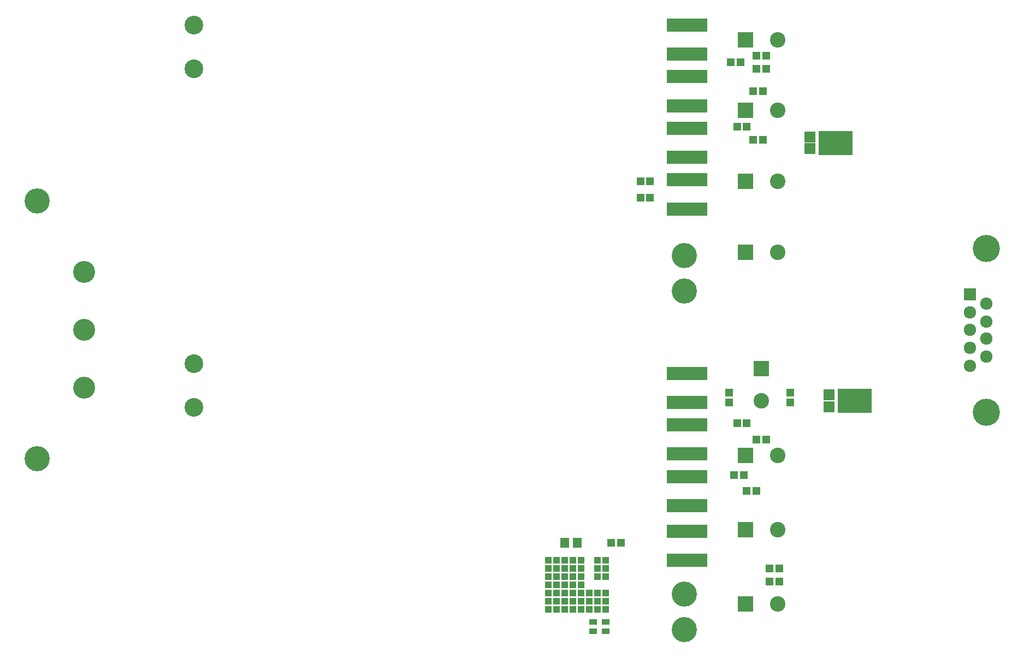
<source format=gbr>
G04 #@! TF.FileFunction,Soldermask,Bot*
%FSLAX46Y46*%
G04 Gerber Fmt 4.6, Leading zero omitted, Abs format (unit mm)*
G04 Created by KiCad (PCBNEW 4.0.7) date 10/03/17 11:40:22*
%MOMM*%
%LPD*%
G01*
G04 APERTURE LIST*
%ADD10C,0.150000*%
%ADD11C,3.900000*%
%ADD12C,2.900000*%
%ADD13R,1.200000X1.150000*%
%ADD14R,2.400000X2.400000*%
%ADD15C,2.400000*%
%ADD16R,1.150000X1.200000*%
%ADD17C,4.210000*%
%ADD18R,1.920000X1.920000*%
%ADD19C,1.920000*%
%ADD20R,1.300000X0.900000*%
%ADD21C,3.400000*%
%ADD22R,1.040000X1.040000*%
%ADD23R,6.300000X2.100000*%
%ADD24R,1.400000X1.650000*%
%ADD25R,1.800000X1.790000*%
%ADD26R,5.260000X3.760000*%
G04 APERTURE END LIST*
D10*
D11*
X108060000Y-54000000D03*
D12*
X32060000Y-12750000D03*
X32060000Y-19500000D03*
D11*
X108060000Y-48500000D03*
D13*
X98250000Y-93000000D03*
X96750000Y-93000000D03*
X122750000Y-99000000D03*
X121250000Y-99000000D03*
X101250000Y-37000000D03*
X102750000Y-37000000D03*
D14*
X117500000Y-102500000D03*
D15*
X122500000Y-102500000D03*
D14*
X117500000Y-48000000D03*
D15*
X122500000Y-48000000D03*
D13*
X117250000Y-82500000D03*
X115750000Y-82500000D03*
X117750000Y-28500000D03*
X116250000Y-28500000D03*
D14*
X117500000Y-91000000D03*
D15*
X122500000Y-91000000D03*
D14*
X117500000Y-37000000D03*
D15*
X122500000Y-37000000D03*
D13*
X117750000Y-74500000D03*
X116250000Y-74500000D03*
X120250000Y-23000000D03*
X118750000Y-23000000D03*
D14*
X117500000Y-79500000D03*
D15*
X122500000Y-79500000D03*
D14*
X117500000Y-26000000D03*
D15*
X122500000Y-26000000D03*
D16*
X124500000Y-71250000D03*
X124500000Y-69750000D03*
D13*
X120750000Y-17500000D03*
X119250000Y-17500000D03*
D14*
X120000000Y-66000000D03*
D15*
X120000000Y-71000000D03*
D14*
X117500000Y-15000000D03*
D15*
X122500000Y-15000000D03*
D17*
X154840000Y-72790000D03*
X154840000Y-47390000D03*
D18*
X152300000Y-54500000D03*
D19*
X152300000Y-57290000D03*
X152300000Y-59960000D03*
X152300000Y-62760000D03*
X152300000Y-65550000D03*
X154840000Y-55900000D03*
X154840000Y-58690000D03*
X154840000Y-61360000D03*
X154840000Y-64150000D03*
D11*
X108060000Y-106500000D03*
D12*
X32060000Y-65250000D03*
X32060000Y-72000000D03*
D11*
X108060000Y-101000000D03*
D20*
X93900000Y-105250000D03*
X93900000Y-106750000D03*
X95900000Y-105250000D03*
X95900000Y-106750000D03*
D11*
X7700000Y-40000000D03*
D21*
X15000000Y-69000000D03*
X15000000Y-51000000D03*
X15000000Y-60000000D03*
D11*
X7700000Y-80000000D03*
D13*
X122750000Y-97000000D03*
X121250000Y-97000000D03*
X101250000Y-39500000D03*
X102750000Y-39500000D03*
X119250000Y-85000000D03*
X117750000Y-85000000D03*
X120250000Y-30500000D03*
X118750000Y-30500000D03*
X120750000Y-77000000D03*
X119250000Y-77000000D03*
X116750000Y-18500000D03*
X115250000Y-18500000D03*
D16*
X115000000Y-71250000D03*
X115000000Y-69750000D03*
D13*
X120750000Y-19500000D03*
X119250000Y-19500000D03*
D22*
X95845000Y-103310000D03*
X94575000Y-103310000D03*
X93305000Y-103310000D03*
X92035000Y-103310000D03*
X90765000Y-103310000D03*
X89495000Y-103310000D03*
X88225000Y-103310000D03*
X86955000Y-103310000D03*
X95845000Y-102040000D03*
X94575000Y-102040000D03*
X93305000Y-102040000D03*
X92035000Y-102040000D03*
X90765000Y-102040000D03*
X89495000Y-102040000D03*
X88225000Y-102040000D03*
X86955000Y-102040000D03*
X95845000Y-100770000D03*
X94575000Y-100770000D03*
X93305000Y-100770000D03*
X92035000Y-100770000D03*
X90765000Y-100770000D03*
X89495000Y-100770000D03*
X88225000Y-100770000D03*
X86955000Y-100770000D03*
X92035000Y-99500000D03*
X90765000Y-99500000D03*
X89495000Y-99500000D03*
X88225000Y-99500000D03*
X86955000Y-99500000D03*
X95845000Y-98230000D03*
X94575000Y-98230000D03*
X92035000Y-98230000D03*
X90765000Y-98230000D03*
X89495000Y-98230000D03*
X88225000Y-98230000D03*
X86955000Y-98230000D03*
X94575000Y-96960000D03*
X90765000Y-96960000D03*
X92035000Y-96960000D03*
X95845000Y-95690000D03*
X95845000Y-96960000D03*
X94575000Y-95690000D03*
X92035000Y-95690000D03*
X86955000Y-95690000D03*
X88225000Y-95690000D03*
X89495000Y-95690000D03*
X90765000Y-95690000D03*
X89495000Y-96960000D03*
X88225000Y-96960000D03*
X86955000Y-96960000D03*
X86955000Y-95690000D03*
D23*
X108500000Y-91250000D03*
X108500000Y-95750000D03*
X108500000Y-36750000D03*
X108500000Y-41250000D03*
X108500000Y-82750000D03*
X108500000Y-87250000D03*
X108500000Y-28750000D03*
X108500000Y-33250000D03*
X108500000Y-74750000D03*
X108500000Y-79250000D03*
X108500000Y-20750000D03*
X108500000Y-25250000D03*
X108500000Y-66750000D03*
X108500000Y-71250000D03*
X108500000Y-12750000D03*
X108500000Y-17250000D03*
D24*
X89500000Y-93000000D03*
X91500000Y-93000000D03*
D25*
X130518000Y-71920000D03*
D26*
X134500000Y-71000000D03*
D25*
X130518000Y-70080000D03*
X127518000Y-31920000D03*
D26*
X131500000Y-31000000D03*
D25*
X127518000Y-30080000D03*
M02*

</source>
